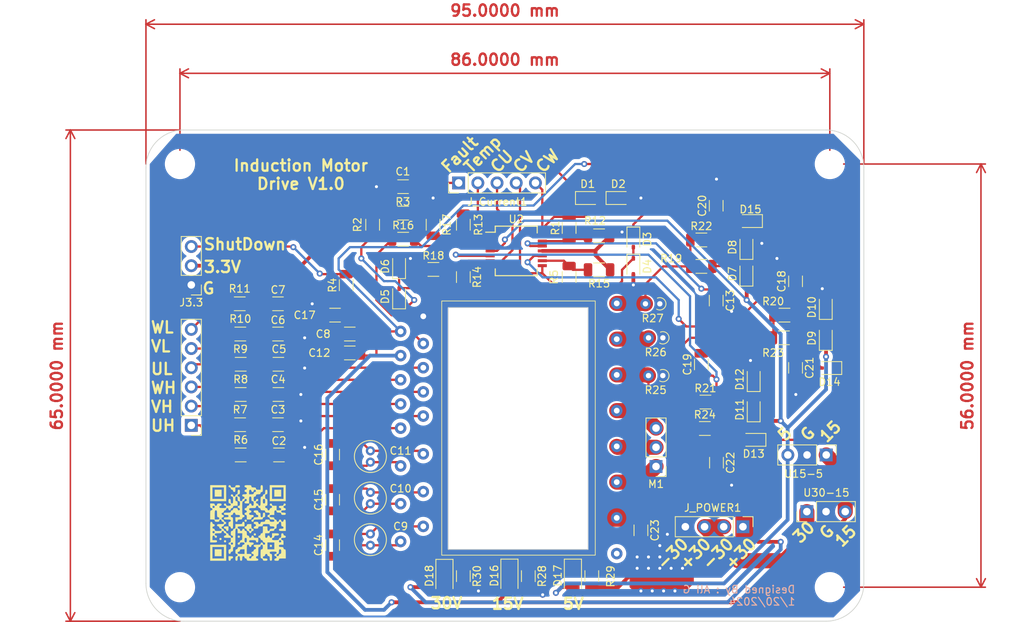
<source format=kicad_pcb>
(kicad_pcb (version 20221018) (generator pcbnew)
  (layers (0 "F.Cu" signal) (31 "B.Cu" signal) (34 "B.Paste" user) (35 "F.Paste" user) (36 "B.SilkS" user "B.Silkscreen") (37 "F.SilkS" user "F.Silkscreen") (38 "B.Mask" user) (39 "F.Mask" user) (44 "Edge.Cuts" user))
  (net 0 "")
  (net 1 "Fault")
  (net 2 "-30")
  (net 3 "/U_Hi")
  (net 4 "/V_Hi")
  (net 5 "/W_Hi")
  (net 6 "/U_Lo")
  (net 7 "/V_Lo")
  (net 8 "/W_Lo")
  (net 9 "+15V")
  (net 10 "Net-(U1-IGCM04F60GAXKMA1-VS(U))")
  (net 11 "Net-(U1-IGCM04F60GAXKMA1-VB(U))")
  (net 12 "Net-(U1-IGCM04F60GAXKMA1-VS(V))")
  (net 13 "Net-(U1-IGCM04F60GAXKMA1-VB(V))")
  (net 14 "Net-(U1-IGCM04F60GAXKMA1-VS(W))")
  (net 15 "Net-(U1-IGCM04F60GAXKMA1-VB(W))")
  (net 16 "/WCOP+")
  (net 17 "/ITRIP")
  (net 18 "/VCOP+")
  (net 19 "/UCOP+")
  (net 20 "/NW_D")
  (net 21 "/NV_D")
  (net 22 "/NU_D")
  (net 23 "+30-2")
  (net 24 "+3.3V")
  (net 25 "CurrentSense W")
  (net 26 "CurrentSense V")
  (net 27 "CurrentSense U")
  (net 28 "+5V")
  (net 29 "ShutDown")
  (net 30 "U-Hi")
  (net 31 "V-Hi")
  (net 32 "W-Hi")
  (net 33 "U-Lo")
  (net 34 "V-Lo")
  (net 35 "W-Lo")
  (net 36 "Temperature Monitor")
  (net 37 "+30")
  (net 38 "Net-(M1-U)")
  (net 39 "Net-(M1-V)")
  (net 40 "Net-(M1-W)")
  (net 41 "/WCOP-")
  (net 42 "/VFO")
  (net 43 "/VCOP-")
  (net 44 "Net-(U2A--)")
  (net 45 "/UCOP-")
  (net 46 "Net-(U2A-+)")
  (net 47 "/NW")
  (net 48 "/NV")
  (net 49 "/NU")
  (net 51 "Net-(D16-K)")
  (net 52 "Net-(D17-K)")
  (net 53 "Net-(D18-K)")
  (footprint "Resistor_SMD:R_1206_3216Metric" (layer "F.Cu") (at 119.0375 61)
    (fp_text reference "R3")
    (fp_text value "1k" hide)
  )
  (footprint "Connector_PinHeader_2.54mm:PinHeader_1x06_P2.54mm_Vertical" (layer "F.Cu") (at 91 89.08 180)
    (fp_text reference "J_Control1" hide)
    (fp_text value "Conn_01x06_Pin" hide)
  )
  (footprint "Diode_SMD:D_SOD-323" (layer "F.Cu") (at 164.4625 69.05 90)
    (fp_text reference "D7")
    (fp_text value "1N4007" hide)
  )
  (footprint "Resistor_SMD:R_1206_3216Metric" (layer "F.Cu") (at 159.0375 86)
    (fp_text reference "R21")
    (fp_text value "10k" hide)
  )
  (footprint "Diode_SMD:D_SOD-323" (layer "F.Cu") (at 165.425 83 90)
    (fp_text reference "D12")
    (fp_text value "1N4007" hide)
  )
  (footprint "Resistor_SMD:R_1206_3216Metric" (layer "F.Cu") (at 127 69.4625 -90)
    (fp_text reference "R14")
    (fp_text value "10k" hide)
  )
  (footprint "Capacitor_THT:C_Radial_D4.0mm_H7.0mm_P1.50mm" (layer "F.Cu") (at 114.7 99.455 90)
    (fp_text reference "C10")
    (fp_text value "22u" hide)
  )
  (footprint "Diode_SMD:D_SOD-323" (layer "F.Cu") (at 174.9625 73.45 90)
    (fp_text reference "D10")
    (fp_text value "1N4007" hide)
  )
  (footprint "Capacitor_SMD:C_1206_3216Metric" (layer "F.Cu") (at 102.475 77)
    (fp_text reference "C6")
    (fp_text value "1n" hide)
  )
  (footprint "Connector_PinHeader_2.54mm:PinHeader_1x03_P2.54mm_Vertical" (layer "F.Cu") (at 175.025 93 -90)
    (fp_text reference "U15-5")
    (fp_text value "DC-DC Converter" hide)
  )
  (footprint "Resistor_SMD:R_1206_3216Metric" (layer "F.Cu") (at 119.0375 64.45)
    (fp_text reference "R16")
    (fp_text value "10k" hide)
  )
  (footprint "Diode_SMD:D_SOD-323" (layer "F.Cu") (at 164.9625 62.05 180)
    (fp_text reference "D15")
    (fp_text value "1N4007" hide)
  )
  (footprint "Resistor_SMD:R_1206_3216Metric" (layer "F.Cu") (at 144.9625 68.5 180)
    (fp_text reference "R15")
    (fp_text value "1k" hide)
  )
  (footprint "Resistor_THT:R_Axial_DIN0204_L3.6mm_D1.6mm_P1.90mm_Vertical" (layer "F.Cu") (at 153.405 77.5 180)
    (fp_text reference "R26")
    (fp_text value "0.2" hide)
  )
  (footprint "Diode_SMD:D_SOD-323" (layer "F.Cu") (at 175.4625 81.5 180)
    (fp_text reference "D14")
    (fp_text value "1N4007" hide)
  )
  (footprint "Capacitor_SMD:C_1206_3216Metric" (layer "F.Cu") (at 160.4625 60.025 90)
    (fp_text reference "C20")
    (fp_text value "1n")
  )
  (footprint "Resistor_SMD:R_1206_3216Metric" (layer "F.Cu") (at 97.5375 85 180)
    (fp_text reference "R8")
    (fp_text value "100" hide)
  )
  (footprint "Resistor_THT:R_Axial_DIN0204_L3.6mm_D1.6mm_P1.90mm_Vertical" (layer "F.Cu") (at 153 73 180)
    (fp_text reference "R27")
    (fp_text value "0.2" hide)
  )
  (footprint "LED_SMD:LED_1206_3216Metric" (layer "F.Cu") (at 141.5 109.075 -90)
    (fp_text reference "D17")
    (fp_text value "LED" hide)
  )
  (footprint "Capacitor_SMD:C_1206_3216Metric" (layer "F.Cu") (at 150.5 102.975 -90)
    (fp_text reference "C23")
    (fp_text value "100n/60V" hide)
  )
  (footprint "Resistor_SMD:R_1206_3216Metric" (layer "F.Cu") (at 141 62.9625 90)
    (fp_text reference "R1")
    (fp_text value "10k" hide)
  )
  (footprint "Capacitor_SMD:C_1206_3216Metric" (layer "F.Cu") (at 102.525 85)
    (fp_text reference "C4")
    (fp_text value "1n" hide)
  )
  (footprint "MountingHole:MountingHole_3.5mm" (layer "F.Cu") (at 89.5 110.5)
    (fp_text reference "H3" hide)
    (fp_text value "MountingHole" hide)
  )
  (footprint "Capacitor_SMD:C_1206_3216Metric" (layer "F.Cu") (at 109.7 104.93 90)
    (fp_text reference "C14")
    (fp_text value "100n" hide)
  )
  (footprint "Capacitor_SMD:C_1206_3216Metric" (layer "F.Cu") (at 109.7 92.955 90)
    (fp_text reference "C16")
    (fp_text value "100n" hide)
  )
  (footprint "Connector_PinHeader_2.54mm:PinHeader_1x04_P2.54mm_Vertical" (layer "F.Cu") (at 164 102.5 -90)
    (fp_text reference "J_POWER1")
    (fp_text value "Conn_01x04_Pin" hide)
  )
  (footprint "Resistor_SMD:R_1206_3216Metric" (layer "F.Cu") (at 127 109.0375 -90)
    (fp_text reference "R30")
    (fp_text value "1k5" hide)
  )
  (footprint "Resistor_SMD:R_1206_3216Metric" (layer "F.Cu") (at 115 62.5375 -90)
    (fp_text reference "R2")
    (fp_text value "10k" hide)
  )
  (footprint "Diode_SMD:D_SOD-323" (layer "F.Cu") (at 143.45 59)
    (fp_text reference "D1")
    (fp_text value "1N4007" hide)
  )
  (footprint "Resistor_SMD:R_1206_3216Metric" (layer "F.Cu") (at 97.4125 73 180)
    (fp_text reference "R11")
    (fp_text value "100" hide)
  )
  (footprint "Capacitor_SMD:C_1206_3216Metric" (layer "F.Cu") (at 111.975 77 180)
    (fp_text reference "C8")
    (fp_text value "1n" hide)
  )
  (footprint "Connector_PinHeader_2.54mm:PinHeader_1x03_P2.54mm_Vertical" (layer "F.Cu") (at 91 70.5 180)
    (fp_text reference "J3.3")
    (fp_text value "Conn_01x03_Pin" hide)
  )
  (footprint "Resistor_SMD:R_1206_3216Metric" (layer "F.Cu") (at 123.0375 68.45)
    (fp_text reference "R18")
    (fp_text value "1k" hide)
  )
  (footprint "MountingHole:MountingHole_3.5mm" (layer "F.Cu") (at 89.5 54.5)
    (fp_text reference "H1" hide)
    (fp_text value "MountingHole" hide)
  )
  (footprint "Resistor_SMD:R_1206_3216Metric" (layer "F.Cu") (at 158.9625 89.5)
    (fp_text reference "R24")
    (fp_text value "10k" hide)
  )
  (footprint "Resistor_SMD:R_1206_3216Metric" (layer "F.Cu") (at 144 109.0375 -90)
    (fp_text reference "R29")
    (fp_text value "1k5" hide)
  )
  (footprint "Github:GithubQR" (layer "F.Cu") (at 98.5 102)
    (fp_text reference "G***" hide)
    (fp_text value "LOGO" hide)
  )
  (footprint "Capacitor_SMD:C_1206_3216Metric" (layer "F.Cu") (at 158.5 81.025 90)
    (fp_text reference "C19")
    (fp_text value "1n" hide)
  )
  (footprint "Diode_SMD:D_SOD-323" (layer "F.Cu") (at 165.425 87 90)
    (fp_text reference "D11")
    (fp_text value "1N4007" hide)
  )
  (footprint "Capacitor_SMD:C_1206_3216Metric" (layer "F.Cu") (at 111.975 79.5 180)
    (fp_text reference "C12")
    (fp_text value "1n" hide)
  )
  (footprint "Connector_PinHeader_2.54mm:PinHeader_1x05_P2.54mm_Vertical" (layer "F.Cu") (at 126.38 57 90)
    (fp_text reference "J_Current1")
    (fp_text value "Conn_01x05_Socket" hide)
  )
  (footprint "Diode_SMD:D_SOD-323" (layer "F.Cu") (at 118.5 72.05 90)
    (fp_text reference "D5")
    (fp_text value "1N4007" hide)
  )
  (footprint "Capacitor_SMD:C_1206_3216Metric" (layer "F.Cu") (at 109.7 98.93 90)
    (fp_text reference "C15")
    (fp_text value "100n" hide)
  )
  (footprint "Resistor_SMD:R_1206_3216Metric" (layer "F.Cu") (at 141 69.4625 -90)
    (fp_text reference "R5")
    (fp_text value "10k" hide)
  )
  (footprint "Capacitor_SMD:C_1206_3216Metric" (layer "F.Cu") (at 170.9625 70.025 90)
    (fp_text reference "C18")
    (fp_text value "1n" hide)
  )
  (footprint "Capacitor_SMD:C_1206_3216Metric" (layer "F.Cu") (at 170.9625 81.475 -90)
    (fp_text reference "C21")
    (fp_text value "1n" hide)
  )
  (footprint "Capacitor_SMD:C_1206_3216Metric" (layer "F.Cu") (at 102.475 73)
    (fp_text reference "C7")
    (fp_text value "1n" hide)
  )
  (footprint "Resistor_SMD:R_1206_3216Metric" (layer "F.Cu") (at 97.4625 89 180)
    (fp_text reference "R7")
    (fp_text value "100" hide)
  )
  (footprint "LED_SMD:LED_1206_3216Metric" (layer "F.Cu") (at 133.1 109.075 -90)
    (fp_text reference "D16")
    (fp_text value "LED" hide)
  )
  (footprint "Capacitor_SMD:C_1206_3216Metric" (layer "F.Cu") (at 110.025 74.5 180)
    (fp_text reference "C17")
    (fp_text value "1n" hide)
  )
  (footprint "Resistor_SMD:R_1206_3216Metric" (layer "F.Cu") (at 144.9625 64 180)
    (fp_text reference "R12")
    (fp_text value "1k" hide)
  )
  (footprint "Resistor_SMD:R_1206_3216Metric" (layer "F.Cu") (at 97.4875 77 180)
    (fp_text reference "R10")
    (fp_text value "100" hide)
  )
  (footprint "Connector_PinHeader_2.54mm:PinHeader_1x03_P2.54mm_Vertical" (layer "F.Cu") (at 152.5 94.525 180)
    (fp_text reference "M1")
    (fp_text value "~" hide)
  )
  (footprint "Diode_SMD:D_SOD-323" (layer "F.Cu") (at 149.5 68.05 -90)
    (fp_text reference "D4")
    (fp_text value "1N4007" hide)
  )
  (footprint "Resistor_SMD:R_1206_3216Metric" (layer "F.Cu") (at 158.5 64.55)
    (fp_text reference "R22")
    (fp_text value "10k" hide)
  )
  (footprint "Resistor_SMD:R_1206_3216Metric" (layer "F.Cu") (at 123 62.5375 -90)
    (fp_text reference "R17")
    (fp_text value "10k" hide)
  )
  (footprint "Capacitor_THT:C_Radial_D4.0mm_H7.0mm_P1.50mm" (layer "F.Cu") (at 114.7 104.955 90)
    (fp_text reference "C9")
    (fp_text value "22u" hide)
  )
  (footprint "Capacitor_SMD:C_1206_3216Metric" (layer "F.Cu") (at 160.4625 72.575 -90)
    (fp_text reference "C13")
    (fp_text value "1n" hide)
  )
  (footprint "Resistor_SMD:R_1206_3216Metric" (layer "F.Cu") (at 111.5 70.5375 90)
    (fp_text reference "R4")
    (fp_text value "10k" hide)
  )
  (footprint "Resistor_SMD:R_1206_3216Metric" (layer "F.Cu") (at 135.6 109.0375 -90)
    (fp_text reference "R28")
    (fp_text value "1k5" hide)
  )
  (footprint "Capacitor_THT:C_Radial_D4.0mm_H7.0mm_P1.50mm" (layer "F.Cu") (at 114.7 93.955 90)
    (fp_text reference "C11")
    (fp_text value "22u" hide)
  )
  (footprint "Resistor_THT:R_Axial_DIN0204_L3.6mm_D1.6mm_P1.90mm_Vertical" (layer "F.Cu") (at 153.4 82.5 180)
    (fp_text reference "R25")
    (fp_text value "0.2" hide)
  )
  (footprint "Capacitor_SMD:C_1206_3216Metric" (layer "F.Cu") (at 160.5 94.025 -90)
    (fp_text reference "C22")
    (fp_text value "1n" hide)
  )
  (footprint "Resistor_SMD:R_1206_3216Metric" (layer "F.Cu") (at 169.5 74.5)
    (fp_text reference "R20")
    (fp_text value "10k" hide)
  )
  (footprint "Bridge:IGCM04F60GAXKMA1" (layer "F.Cu") (at 133.7 88.655)
    (fp_text reference "U1-IGCM04F60GAXKMA1" hide)
    (fp_text value "~" hide)
  )
  (footprint "MountingHole:MountingHole_3.5mm" (layer "F.Cu") (at 175.5 54.5)
    (fp_text reference "H2" hide)
    (fp_text value "MountingHole" hide)
  )
  (footprint "Diode_SMD:D_SOD-323" (layer "F.Cu") (at 174.9625 77.55 90)
    (fp_text reference "D9")
    (fp_text value "1N4007" hide)
  )
  (footprint "Resistor_SMD:R_1206_3216Metric" (layer "F.Cu") (at 97.5375 81 180)
    (fp_text reference "R9")
    (fp_text value "100" hide)
  )
  (footprint "Diode_SMD:D_SOD-323" (layer "F.Cu") (at 118.5 68.05 90)
    (fp_text reference "D6")
    (fp_text value "1N4007" hide)
  )
  (footprint "Capacitor_SMD:C_1206_3216Metric" (layer "F.Cu") (at 119.025 57.5 180)
    (fp_text reference "C1")
    (fp_text value "1n" hide)
  )
  (footprint "LED_SMD:LED_1206_3216Metric" (layer "F.Cu") (at 124.5 109.1 -90)
    (fp_text reference "D18")
    (fp_text value "LED" hide)
  )
  (footprint "MountingHole:MountingHole_3.5mm" (layer "F.Cu") (at 175.5 110.5)
    (fp_text reference "H4" hide)
    (fp_text value "MountingHole" hide)
  )
  (footprint "Diode_SMD:D_SOD-323" (layer "F.Cu") (at 149.5 64.45 -90)
    (fp_text reference "D3")
    (fp_text value "1N4007" hide)
  )
  (footprint "Diode_SMD:D_SOD-323" (layer "F.Cu") (at 164.4625 65.5125 90)
    (fp_text reference "D8")
    (fp_text value "1N4007" hide)
  )
  (footprint "Capacitor_SMD:C_1206_3216Metric" (layer "F.Cu") (at 102.475 89)
    (fp_text reference "C3")
    (fp_text value "1n" hide)
  )
  (footprint "Capacitor_SMD:C_1206_3216Metric" (layer "F.Cu") (at 102.525 81)
    (fp_text reference "C5")
    (fp_text value "1n" hide)
  )
  (footprint "Connector_PinHeader_2.54mm:PinHeader_1x03_P2.54mm_Vertical" (layer "F.Cu") (at 172.46 100.5 90)
    (fp_text reference "U30-15")
    (fp_text value "DC-DC Converter" hide)
  )
  (footprint "Resistor_SMD:R_1206_3216Metric" (layer "F.Cu") (at 158.5 68.05)
    (fp_text reference "R19")
    (fp_text value "10k" hide)
  )
  (footprint "Resistor_SMD:R_1206_3216Metric" (layer "F.Cu") (at 127 62.5375 90)
    (fp_text reference "R13")
    (fp_text value "5k" hide)
  )
  (footprint "Diode_SMD:D_SOD-323" (layer "F.Cu") (at 165.425 91 180)
    (fp_text reference "D13")
    (fp_text value "1N4007" hide)
  )
  (footprint "Capacitor_SMD:C_1206_3216Metric" (layer "F.Cu") (at 102.6 93)
    (fp_text reference "C2")
    (fp_text value "1n" hide)
  )
  (footprint "Package_SO:SSOP-14_5.3x6.2mm_P0.65mm" (layer "F.Cu") (at 134 66)
    (fp_text reference "U2")
    (fp_text value "LM324" hide)
  )
  (footprint "Resistor_SMD:R_1206_3216Metric" (layer "F.Cu") (at 97.5375 93 180)
    (fp_text reference "R6")
    (fp_text value "100" hide)
  )
  (footprint "Resistor_SMD:R_1206_3216Metric" (layer "F.Cu") (at 169.425 77.5)
    (fp_text reference "R23")
    (fp_text value "10k" hide)
  )
  (footprint "Diode_SMD:D_SOD-323" (layer "F.Cu") (at 147.5 59)
    (fp_text reference "D2")
    (fp_text value "1N4007" hide)
  )
  (gr_line (start 90 50) (end 175 50) (stroke (width 0.1)) (layer "Edge.Cuts"))
  (gr_line (start 180 55) (end 180 110) (stroke (width 0.1)) (layer "Edge.Cuts"))
  (gr_arc (start 180 110) (mid 178.535534 113.535534) (end 175 115) (stroke (width 0.1)) (layer "Edge.Cuts"))
  (gr_arc (start 175 50) (mid 178.535534 51.464466) (end 180 55) (stroke (width 0.1)) (layer "Edge.Cuts"))
  (gr_line (start 125 73.5) (end 125 105.5) (stroke (width 0.1)) (layer "Edge.Cuts"))
  (gr_line (start 85 110) (end 85 55) (stroke (width 0.1)) (layer "Edge.Cuts"))
  (gr_arc (start 85 55) (mid 86.464466 51.464466) (end 90 50) (stroke (width 0.1)) (layer "Edge.Cuts"))
  (gr_line (start 143.5 73.5) (end 125 73.5) (stroke (width 0.1)) (layer "Edge.Cuts"))
  (gr_line (start 143.5 105.5) (end 143.5 73.5) (stroke (width 0.1)) (layer "Edge.Cuts"))
  (gr_arc (start 90 115) (mid 86.464466 113.535534) (end 85 110) (stroke (width 0.1)) (layer "Edge.Cuts"))
  (gr_line (start 125 105.5) (end 143.5 105.5) (stroke (width 0.1)) (layer "Edge.Cuts"))
  (gr_line (start 175 115) (end 90 115) (stroke (width 0.1)) (layer "Edge.Cuts"))
  (gr_text "Designed By : Ali G\n1/20/2024" (at 171 113) (layer "B.SilkS") (effects (font (size 1 1)) (justify left bottom mirror)))
  (gr_text "15" (at 175.025 91.67 45) (layer "F.SilkS") (effects (font (size 1.5 1.5) (thickness 0.3) bold) (justify left bottom)))
  (gr_text "-30" (at 153.5 108.5 45) (layer "F.SilkS") (effects (font (size 1.5 1.5) (thickness 0.3) bold) (justify left bottom)))
  (gr_text "G" (at 172.525 91.5 45) (layer "F.SilkS") (effects (font (size 1.5 1.5) (thickness 0.3) bold) (justify left bottom)))
  (gr_text "VH" (at 85.5 87.5) (layer "F.SilkS") (effects (font (size 1.5 1.5) (thickness 0.3) bold) (justify left bottom)))
  (gr_text "WL" (at 85.5 77) (layer "F.SilkS") (effects (font (size 1.5 1.5) (thickness 0.3) bold) (justify left bottom)))
  (gr_text "ShutDown" (at 92.5 66) (layer "F.SilkS") (effects (font (size 1.5 1.5) (thickness 0.3) bold) (justify left bottom)))
  (gr_text "5V" (at 140 113.575) (layer "F.SilkS") (effects (font (size 1.5 1.5) (thickness 0.3) bold) (justify left bottom)))
  (gr_text "+30" (at 156.5 108.5 45) (layer "F.SilkS") (effects (font (size 1.5 1.5) (thickness 0.3) bold) (justify left bottom)))
  (gr_text "Fault" (at 125 56 45) (layer "F.SilkS") (effects (font (size 1.5 1.5) (thickness 0.3) bold) (justify left bottom)))
  (gr_text "5" (at 169.525 91.5 45) (layer "F.SilkS") (effects (font (size 1.5 1.5) (thickness 0.3) bold) (justify left bottom)))
  (gr_text "15" (at 177.04 105.5 45) (layer "F.SilkS") (effects (font (size 1.5 1.5) (thickness 0.3) bold) (justify left bottom)))
  (gr_text "-30" (at 159.5 108.5 45) (layer "F.SilkS") (effects (font (size 1.5 1.5) (thickness 0.3) bold) (justify left bottom)))
  (gr_text "WH" (at 85.5 85) (layer "F.SilkS") (effects (font (size 1.5 1.5) (thickness 0.3) bold) (justify left bottom)))
  (gr_text "30" (at 171.54 105 45) (layer "F.SilkS") (effects (font (size 1.5 1.5) (thickness 0.3) bold) (justify left bottom)))
  (gr_text "G" (at 175.04 104.5 45) (layer "F.SilkS") (effects (font (size 1.5 1.5) (thickness 0.3) bold) (justify left bottom)))
  (gr_text "Temp" (at 128 56 45) (layer "F.SilkS") (effects (font (size 1.5 1.5) (thickness 0.3) bold) (justify left bottom)))
  (gr_text "UH" (at 85.5 90) (layer "F.SilkS") (effects (font (size 1.5 1.5) (thickness 0.3) bold) (justify left bottom)))
  (gr_text "30V" (at 122.5 113.5) (layer "F.SilkS") (effects (font (size 1.5 1.5) (thickness 0.3) bold) (justify left bottom)))
  (gr_text "15V" (at 130.6 113.575) (layer "F.SilkS") (effects (font (size 1.5 1.5) (thickness 0.3) bold) (justify left bottom)))
  (gr_text "+30" (at 162.5 108.5 45) (layer "F.SilkS") (effects (font (size 1.5 1.5) (thickness 0.3) bold) (justify left bottom)))
  (gr_text "CW" (at 137.5 56 45) (layer "F.SilkS") (effects (font (size 1.5 1.5) (thickness 0.3) bold) (justify left bottom)))
  (gr_text "G" (at 92.33 71.83) (layer "F.SilkS") (effects (font (size 1.5 1.5) (thickness 0.3) bold) (justify left bottom)))
  (gr_text "3.3V" (at 92.5 69) (layer "F.SilkS") (effects (font (size 1.5 1.5) (thickness 0.3) bold) (justify left bottom)))
  (gr_text "Induction Motor\nDrive V1.0" (at 105.5 58) (layer "F.SilkS") (effects (font (size 1.5 1.5) (thickness 0.3) bold) (justify bottom)))
  (gr_text "UL" (at 85.5 82.5) (layer "F.SilkS") (effects (font (size 1.5 1.5) (thickness 0.3) bold) (justify left bottom)))
  (gr_text "CV" (at 134.5 56 45) (layer "F.SilkS") (effects (font (size 1.5 1.5) (thickness 0.3) bold) (justify left bottom)))
  (gr_text "CU" (at 131.5 56 45) (layer "F.SilkS") (effects (font (size 1.5 1.5) (thickness 0.3) bold) (justify left bottom)))
  (gr_text "VL" (at 85.5 79.5) (layer "F.SilkS") (effects (font (size 1.5 1.5) (thickness 0.3) bold) (justify left bottom)))
  (dimension (type aligned) (layer "F.Cu") (pts (xy 180 55) (xy 85 55)) (height 19) (gr_text "95.0000 mm" (at 132.5 34.2) (layer "F.Cu") (effects (font (size 1.5 1.5) (thickness 0.3)))) (format (prefix "") (suffix "") (units 3) (units_format 1) (precision 4)) (style (thickness 0.2) (arrow_length 1.27) (text_position_mode 0) (extension_height 0.58642) (extension_offset 0.5) keep_text_aligned))
  (dimension (type aligned) (layer "F.Cu") (pts (xy 89.5 54.5) (xy 175.5 54.5)) (height -12) (gr_text "86.0000 mm" (at 132.5 40.7) (layer "F.Cu") (effects (font (size 1.5 1.5) (thickness 0.3)))) (format (prefix "") (suffix "") (units 3) (units_format 1) (precision 4)) (style (thickness 0.2) (arrow_length 1.27) (text_position_mode 0) (extension_height 0.58642) (extension_offset 0.5) keep_text_aligned))
  (dimension (type aligned) (layer "F.Cu") (pts (xy 175.5 54.5) (xy 175.5 110.5)) (height -20) (gr_text "56.0000 mm" (at 193.7 82.5 90) (layer "F.Cu") (effects (font (size 1.5 1.5) (thickness 0.3)))) (format (prefix "") (suffix "") (units 3) (units_format 1) (precision 4)) (style (thickness 0.2) (arrow_length 1.27) (text_position_mode 0) (extension_height 0.58642) (extension_offset 0.5) keep_text_aligned))
  (dimension (type aligned) (layer "F.Cu") (pts (xy 90 50) (xy 90 115)) (height 14.999999) (gr_text "65.0000 mm" (at 73.200001 82.5 90) (layer "F.Cu") (effects (font (size 1.5 1.5) (thickness 0.3)))) (format (prefix "") (suffix "") (units 3) (units_format 1) (precision 4)) (style (thickness 0.2) (arrow_length 1.27) (text_position_mode 0) (extension_height 0.58642) (extension_offset 0.5) keep_text_aligned))
  (segment (start 120.5 58) (end 121.5 57) (width 0.3) (layer "F.Cu") (net 1))
  (segment (start 120.5 61) (end 120.5 58) (width 0.3) (layer "F.Cu") (net 1))
  (segment (start 121.5 57) (end 126.38 57) (width 0.3) (layer "F.Cu") (net 1))
  (segment (start 164.4625 64.4625) (end 165.9625 64.4625) (width 0.5) (layer "F.Cu") (net 2))
  (segment (start 160.4625 74.05) (end 162.45 74.05) (width 0.5) (layer "F.Cu") (net 2))
  (segment (start 160.4625 56.5375) (end 160.5 56.5) (width 0.5) (layer "F.Cu") (net 2))
  (segment (start 171 82.9875) (end 170.9625 82.95) (width 0.5) (layer "F.Cu") (net 2))
  (segment (start 104.075 93) (end 105.075 92) (width 0.2) (layer "F.Cu") (net 2))
  (segment (start 160.5 95.5) (end 162 97) (width 0.5) (layer "F.Cu") (net 2))
  (segment (start 115.5 57.5) (end 117.55 57.5) (width 0.5) (layer "F.Cu") (net 2))
  (segment (start 107.05 73) (end 107 73) (width 0.5) (layer "F.Cu") (net 2))
  (segment (start 108.55 74.5) (end 107.05 73) (width 0.5) (layer "F.Cu") (net 2))
  (segment (start 172.485 96.425) (end 175 98.94) (width 2) (layer "F.Cu") (net 2))
  (segment (start 103.95 77) (end 105.5 77) (width 0.2) (layer "F.Cu") (net 2))
  (segment (start 144.5 66) (end 144.5 66.575) (width 0.5) (layer "F.Cu") (net 2))
  (segment (start 174.9625 72.4) (end 174.9625 71.4625) (width 0.5) (layer "F.Cu") (net 2))
  (segment (start 110.5 76.45) (end 108.55 74.5) (width 0.5) (layer "F.Cu") (net 2))
  (segment (start 104 81) (end 105.5 81) (width 0.2) (layer "F.Cu") (net 2))
  (segment (start 147.5 110.5) (end 150 108) (width 0.5) (layer "F.Cu") (net 2))
  (segment (start 148.55 59) (end 150.5 59) (width 0.5) (layer "F.Cu") (net 2))
  (segment (start 144 110.5) (end 147.5 110.5) (width 0.5) (layer "F.Cu") (net 2))
  (segment (start 110.5 77) (end 110.5 76.45) (width 0.5) (layer "F.Cu") (net 2))
  (segment (start 103.95 89) (end 105 89) (width 0.2) (layer "F.Cu") (net 2))
  (segment (start 175 98.94) (end 175 100.5) (width 2) (layer "F.Cu") (net 2))
  (segment (start 170.05 68.55) (end 168.5 67) (width 0.5) (layer "F.Cu") (net 2))
  (segment (start 105.5 77) (end 106 77.5) (width 0.2) (layer "F.Cu") (net 2))
  (segment (start 123 61.075) (end 123 59) (width 0.5) (layer "F.Cu") (net 2))
  (segment (start 118.5 67) (end 120 67) (width 0.5) (layer "F.Cu") (net 2))
  (segment (start 144.5 66.575) (end 146.425 68.5) (width 0.5) (layer "F.Cu") (net 2))
  (segment (start 144.5 65.925) (end 146.425 64) (width 0.5) (layer "F.Cu") (net 2))
  (segment (start 110.5 79.5) (end 110.5 77) (width 0.5) (layer "F.Cu") (net 2))
  (segment (start 136.5 110.5) (end 135.6 110.5) (width 0.5) (layer "F.Cu") (net 2))
  (segment (start 158.5 79.55) (end 164.05 79.55) (width 0.5) (layer "F.Cu") (net 2))
  (segment (start 162.45 74.05) (end 162.5 74) (width 0.5) (layer "F.Cu") (net 2))
  (segment (start 174.9625 71.4625) (end 174.5 71) (width 0.5) (layer "F.Cu") (net 2))
  (segment (start 165.425 81.95) (end 165.425 80.925) (width 0.5) (layer "F.Cu") (net 2))
  (segment (start 107 73) (end 103.95 73) (width 0.5) (layer "F.Cu") (net 2))
  (segment (start 137.45 66) (end 144.5 66) (width 0.5) (layer "F.Cu") (net 2))
  (segment (start 105.075 92) (end 106 92) (width 0.2) (layer "F.Cu") (net 2))
  (segment (start 147.5 64) (end 146.425 64) (width 0.5) (layer "F.Cu") (net 2))
  (segment (start 127 110.5) (end 128.5 110.5) (width 0.5) (layer "F.Cu") (net 2))
  (segment (start 149.5 69.1) (end 149.5 70.5) (width 0.5) (layer "F.Cu") (net 2))
  (segment (start 105.5 81) (end 106 81.5) (width 0.2) (layer "F.Cu") (net 2))
  (segment (start 165.9625 64.4625) (end 166.5 65) (width 0.5) (layer "F.Cu") (net 2))
  (segment (start 160.4625 58.55) (end 160.4625 56.5375) (width 0.5) (layer "F.Cu") (net 2))
  (segment (start 144.5 66) (end 144.5 65.925) (width 0.5) (layer "F.Cu") (net 2))
  (segment (start 170.9625 68.55) (end 170.05 68.55) (width 0.5) (layer "F.Cu") (net 2))
  (segment (start 137.5 111.5) (end 136.5 110.5) (width 0.5) (layer "F.Cu") (net 2))
  (segment (start 164.05 79.55) (end 165 80.5) (width 0.5) (layer "F.Cu") (net 2))
  (segment (start 121.575 68.45) (end 121.45 68.45) (width 0.5) (layer "F.Cu") (net 2))
  (segment (start 172.485 93) (end 172.485 96.425) (width 2) (layer "F.Cu") (net 2))
  (segment (start 105 89) (end 105.5 88.5) (width 0.2) (layer "F.Cu") (net 2))
  (segment (start 104 85) (end 105.5 85) (width 0.2) (layer "F.Cu") (net 2))
  (segment (start 121.45 68.45) (end 120 67) (width 0.5) (layer "F.Cu") (net 2))
  (segment (start 162 97) (end 162.5 97) (width 0.5) (layer "F.Cu") (net 2))
  (segment (start 128.5 110.5) (end 129 111) (width 0.5) (layer "F.Cu") (net 2))
  (segment (start 165.425 80.925) (end 165 80.5) (width 0.5) (layer "F.Cu") (net 2))
  (segment (start 148 63.5) (end 147.5 64) (width 0.5) (layer "F.Cu") (net 2))
  (segment (start 171 85) (end 171 82.9875) (width 0.5) (layer "F.Cu") (net 2))
  (via (at 162.5 97) (size 0.8) (drill 0.4) (layers "F.Cu" "B.Cu") (net 2))
  (via (at 123 59) (size 0.8) (drill 0.4) (layers "F.Cu" "B.Cu") (net 2))
  (via (at 153.5 111) (size 0.8) (drill 0.4) (layers "F.Cu" "B.Cu") (net 2))
  (via (at 148 63.5) (size 0.8) (drill 0.4) (layers "F.Cu" "B.Cu") (net 2))
  (via (at 154.5 108) (size 0.8) (drill 0.4) (layers "F.Cu" "B.Cu") (net 2))
  (via (at 106 81.5) (size 0.8) (drill 0.4) (layers "F.Cu" "B.Cu") (net 2))
  (via (at 120 67) (size 0.8) (drill 0.4) (layers "F.Cu" "B.Cu") (net 2))
  (via (at 107 73) (size 0.8) (drill 0.4) (layers "F.Cu" "B.Cu") (net 2))
  (via (at 151.5 108) (size 0.8) (drill 0.4) (layers "F.Cu" "B.Cu") (net 2))
  (via (at 149.5 70.5) (size 0.8) (drill 0.4) (layers "F.Cu" "B.Cu") (net 2))
  (via (at 171 85) (size 0.8) (drill 0.4) (layers "F.Cu" "B.Cu") (net 2))
  (via (at 151.5 106.5) (size 0.8) (drill 0.4) (layers "F.Cu" "B.Cu") (net 2))
  (via (at 105.5 88.5) (size 0.8) (drill 0.4) (layers "F.Cu" "B.Cu") (net 2))
  (via (at 153 108) (size 0.8) (drill 0.4) (layers "F.Cu" "B.Cu") (net 2))
  (via (at 106 92) (size 0.8) (drill 0.4) (layers "F.Cu" "B.Cu") (net 2))
  (via (at 150 106.5) (size 0.8) (drill 0.4) (layers "F.Cu" "B.Cu") (net 2))
  (via (at 155 111) (size 0.8) (drill 0.4) (layers "F.Cu" "B.Cu") (net 2))
  (via (at 137.5 111.5) (size 0.8) (drill 0.4) (layers "F.Cu" "B.Cu") (net 2))
  (via (at 152 111) (size 0.8) (drill 0.4) (layers "F.Cu" "B.Cu") (net 2))
  (via (at 129 111) (size 0.8) (drill 0.4) (layers "F.Cu" "B.Cu") (net 2))
  (via (at 150.5 59) (size 0.8) (drill 0.4) (layers "F.Cu" "B.Cu") (net 2))
  (via (at 115.5 57.5) (size 0.8) (drill 0.4) (layers "F.Cu" "B.Cu") (net 2))
  (via (at 162.5 74) (size 0.8) (drill 0.4) (layers "F.Cu" "B.Cu") (net 2))
  (via (at 154 103.5) (size 0.8) (drill 0.4) (layers "F.Cu" "B.Cu") (net 2))
  (via (at 156 108) (size 0.8) (drill 0.4) (layers "F.Cu" "B.Cu") (net 2))
  (via (at 165 80.5) (size 0.8) (drill 0.4) (layers "F.Cu" "B.Cu") (net 2))
  (via (at 166.5 65) (size 0.8) (drill 0.4) (layers "F.Cu" "B.Cu") (net 2))
  (via (at 174.5 71) (size 0.8) (drill 0.4) (layers "F.Cu" "B.Cu") (net 2))
  (via (at 150.5 111) (size 0.8) (drill 0.4) (layers "F.Cu" "B.Cu") (net 2))
  (via (at 168.5 67) (size 0.8) (drill 0.4) (layers "F.Cu" "B.Cu") (net 2))
  (via (at 153 105) (size 0.8) (drill 0.4) (layers "F.Cu" "B.Cu") (net 2))
  (via (at 105.5 85) (size 0.8) (drill 0.4) (layers "F.Cu" "B.Cu") (net 2))
  (via (at 150 108) (size 0.8) (drill 0.4) (layers "F.Cu" "B.Cu") (net 2))
  (via (at 160.5 56.5) (size 0.8) (drill 0.4) (layers "F.Cu" "B.Cu") (net 2))
  (via (at 153 106.5) (size 0.8) (drill 0.4) (layers "F.Cu" "B.Cu") (net 2))
  (via (at 106 77.5) (size 0.8) (drill 0.4) (layers "F.Cu" "B.Cu") (net 2))
  (segment (start 107 93) (end 105 95) (width 0.3) (layer "F.Cu") (net 3))
  (segment (start 108.545 89.455) (end 107 91) (width 0.3) (layer "F.Cu") (net 3))
  (segment (start 107 91) (end 107 93) (width 0.3) (layer "F.Cu") (net 3))
  (segment (start 118.7 89.455) (end 108.545 89.455) (width 0.3) (layer "F.Cu") (net 3))
  (segment (start 105 95) (end 101 95) (width 0.3) (layer "F.Cu") (net 3))
  (segment (start 101.125 93) (end 99 93) (width 0.3) (layer "F.Cu") (net 3))
  (segment (start 101 95) (end 99 93) (width 0.3) (layer "F.Cu") (net 3))
  (segment (start 105 91) (end 103 91) (width 0.3) (layer "F.Cu") (net 4))
  (segment (start 121.7 87.855) (end 108.145 87.855) (width 0.3) (layer "F.Cu") (net 4))
  (segment (start 103 91) (end 101 89) (width 0.3) (layer "F.Cu") (net 4))
  (segment (start 101 89) (end 98.925 89) (width 0.3) (layer "F.Cu") (net 4))
  (segment (start 108.145 87.855) (end 105 91) (width 0.3) (layer "F.Cu") (net 4))
  (segment (start 101.05 86.05) (end 101.05 85) (width 0.3) (layer "F.Cu") (net 5))
  (segment (start 102 87) (end 101.05 86.05) (width 0.3) (layer "F.Cu") (net 5))
  (segment (start 106 87) (end 102 87) (width 0.3) (layer "F.Cu") (net 5))
  (segment (start 118.7 86.255) (end 106.745 86.255) (width 0.3) (layer "F.Cu") (net 5))
  (segment (start 101.05 85) (end 99 85) (width 0.3) (layer "F.Cu") (net 5))
  (segment (start 106.745 86.255) (end 106 87) (width 0.3) (layer "F.Cu") (net 5))
  (segment (start 105 83) (end 102 83) (width 0.3) (layer "F.Cu") (net 6))
  (segment (start 106.655 84.655) (end 105 83) (width 0.3) (layer "F.Cu") (net 6))
  (segment (start 101 82) (end 101.05 81.95) (width 0.3) (layer "F.Cu") (net 6))
  (segment (start 99 81) (end 101.05 81) (width 0.3) (layer "F.Cu") (net 6))
  (segment (start 102 83) (end 101 82) (width 0.3) (layer "F.Cu") (net 6))
  (segment (start 101.05 81.95) (end 101.05 81) (width 0.3) (layer "F.Cu") (net 6))
  (segment (start 121.7 84.655) (end 106.655 84.655) (width 0.3) (layer "F.Cu") (net 6))
  (segment (start 103 79) (end 101 77) (width 0.3) (layer "F.Cu") (net 7))
  (segment (start 118.7 83.055) (end 109.055 83.055) (width 0.3) (layer "F.Cu") (net 7))
  (segment (start 105 79) (end 103 79) (width 0.3) (layer "F.Cu") (net 7))
  (segment (start 109.055 83.055) (end 105 79) (width 0.3) (layer "F.Cu") (net 7))
  (segment (start 98.95 77) (end 101 77) (width 0.3) (layer "F.Cu") (net 7))
  (segment (start 98.875 73) (end 101 73) (width 0.3) (layer "F.Cu") (net 8))
  (segment (start 102 75) (end 101 74) (width 0.3) (layer "F.Cu") (net 8))
  (segment (start 105 75) (end 102 75) (width 0.3) (layer "F.Cu") (net 8))
  (segment (start 108 78) (end 105 75) (width 0.3) (layer "F.Cu") (net 8))
  (segment (start 109.455 81.455) (end 108 80) (width 0.3) (layer "F.Cu") (net 8))
  (segment (start 108 80) (end 108 78) (width 0.3) (layer "F.Cu") (net 8))
  (segment (start 121.7 81.455) (end 109.455 81.455) (width 0.3) (layer "F.Cu") (net 8))
  (segment (start 101 74) (end 101 73) (width 0.3) (layer "F.Cu") (net 8))
  (segment (start 115.5 79.05) (end 115.5 79.855) (width 0.3) (layer "F.Cu") (net 9))
  (segment (start 113.45 77) (end 115.5 79.05) (width 0.3) (layer "F.Cu") (net 9))
  (segment (start 177.54 95.515) (end 177.54 100.5) (width 2) (layer "F.Cu") (net 9))
  (segment (start 115.5 79.855) (end 113.805 79.855) (width 0.3) (layer "F.Cu") (net 9))
  (segment (start 175.025 93) (end 177.54 95.515) (width 2) (layer "F.Cu") (net 9))
  (segment (start 117.5 112.5) (end 132 112.5) (width 0.5) (layer "F.Cu") (net 9))
  (segment (start 133.1 110.475) (end 133.1 110.9) (width 0.5) (layer "F.Cu") (net 9))
  (segment (start 133.1 110.9) (end 131.5 112.5) (width 0.5) (layer "F.Cu") (net 9))
  (segment (start 118.7 79.855) (end 115.5 79.855) (width 0.3) (layer "F.Cu") (net 9))
  (segment (start 177.54 101.46) (end 177.54 100.5) (width 0.5) (layer "F.Cu") (net 9))
  (segment (start 131.5 112.5) (end 166.5 112.5) (width 0.5) (layer "F.Cu") (net 9))
  (segment (start 166.5 112.5) (end 177.54 101.46) (width 0.5) (layer "F.Cu") (net 9))
  (segment (start 113.805 79.855) (end 113.45 79.5) (width 0.3) (layer "F.Cu") (net 9))
  (via (at 117.5 112.5) (size 0.8) (drill 0.4) (layers "F.Cu" "B.Cu") (net 9))
  (segment (start 117.5 112.5) (end 116.5 113.5) (width 0.5) (layer "B.Cu") (net 9))
  (segment (start 109 108.5) (end 109 85.5) (width 0.5) (layer "B.Cu") (net 9))
  (segment (start 114 113.5) (end 109 108.5) (width 0.5) (layer "B.Cu") (net 9))
  (segment (start 116.5 113.5) (end 114 113.5) (width 0.5) (layer "B.Cu") (net 9))
  (segment (start 109 85.5) (end 114.645 79.855) (width 0.5) (layer "B.Cu") (net 9))
  (segment (start 114.645 79.855) (end 118.7 79.855) (width 0.5) (layer "B.Cu") (net 9))
  (segment (start 114.7 104.955) (end 118.2 104.955) (width 0.3) (layer "F.Cu") (net 10))
  (segment (start 118.2 104.955) (end 118.7 104.455) (width 0.3) (layer "F.Cu") (net 10))
  (segment (start 113.045 104.955) (end 111.595 106.405) (width 0.3) (layer "F.Cu") (net 10))
  (segment (start 114.7 104.955) (end 113.045 104.955) (width 0.3) (layer "F.Cu") (net 10))
  (segment (start 111.595 106.405) (end 109.7 106.405) (width 0.3) (layer "F.Cu") (net 10))
  (segment (start 114.7 103.455) (end 115.7 102.455) (width 0.3) (layer "F.Cu") (net 11))
  (segment (start 109.7 103.455) (end 114.7 103.455) (width 0.3) (layer "F.Cu") (net 11))
  (segment (start 115.7 102.455) (end 121.7 102.455) (width 0.3) (layer "F.Cu") (net 11))
  (segment (start 113.75 100.405) (end 114.7 99.455) (width 0.3) (layer "F.Cu") (net 12))
  (segment (start 109.7 100.405) (end 113.75 100.405) (width 0.3) (layer "F.Cu") (net 12))
  (segment (start 114.7 99.455) (end 118.7 99.455) (width 0.3) (layer "F.Cu") (net 12))
  (segment (start 121.6 97.955) (end 121.7 97.855) (width 0.3) (layer "F.Cu") (net 13))
  (segment (start 114.2 97.455) (end 114.7 97.955) (width 0.3) (layer "F.Cu") (net 13))
  (segment (start 114.7 97.955) (end 121.6 97.955) (width 0.3) (layer "F.Cu") (net 13))
  (segment (start 109.7 97.455) (end 114.2 97.455) (width 0.3) (layer "F.Cu") (net 13))
  (segment (start 114.7 93.955) (end 118.2 93.955) (width 0.3) (layer "F.Cu") (net 14))
  (segment (start 114.225 94.43) (end 114.7 93.955) (width 0.3) (layer "F.Cu") (net 14))
  (segment (start 109.7 94.43) (end 114.225 94.43) (width 0.3) (layer "F.Cu") (net 14))
  (segment (start 118.2 93.955) (end 118.7 94.455) (width 0.3) (layer "F.Cu") (net 14))
  (segment (start 114.7 92.455) (end 121.3 92.455) (width 0.3) (layer "F.Cu") (net 15))
  (segment (start 121.3 92.455) (end 121.7 92.855) (width 0.3) (layer "F.Cu") (net 15))
  (segment (start 109.7 91.48) (end 113.725 91.48) (width 0.3) (layer "F.Cu") (net 15))
  (segment (start 113.725 91.48) (end 114.7 92.455) (width 0.3) (layer "F.Cu") (net 15))
  (segment (start 135.85 65.35) (end 137.45 65.35) (width 0.3) (layer "F.Cu") (net 16))
  (segment (start 159.9625 70.6) (end 160.4625 71.1) (width 0.3) (layer "F.Cu") (net 16))
  (segment (start 160.0125 68) (end 159.9625 68.05) (width 0.3) (layer "F.Cu") (net 16))
  (segment (start 159.9625 68.05) (end 159.9625 70.6) (width 0.3) (layer "F.Cu") (net 16))
  (segment (start 160.4625 71.1) (end 158.6 71.1) (width 0.3) (layer "F.Cu") (net 16))
  (segment (start 164.4625 66.5625) (end 164.4625 68) (width 0.3) (layer "F.Cu") (net 16))
  (segment (start 164.5125 66.5125) (end 164.4625 66.5625) (width 0.3) (layer "F.Cu") (net 16))
  (segment (start 135.5 65) (end 135.85 65.35) (width 0.3) (layer "F.Cu") (net 16))
  (segment (start 158.6 71.1) (end 158.5 71) (width 0.3) (layer "F.Cu") (net 16))
  (segment (start 164.4625 68) (end 160.0125 68) (width 0.3) (layer "F.Cu") (net 16))
  (via (at 135.5 65) (size 0.8) (drill 0.4) (layers "F.Cu" "B.Cu") (net 16))
  (via (at 158.5 71) (size 0.8) (drill 0.4) (layers "F.Cu" "B.Cu") (net 16))
  (segment (start 152.5 65) (end 135.5 65) (width 0.3) (layer "B.Cu") (net 16))
  (segment (start 158.5 71) (end 152.5 65) (width 0.3) (layer "B.Cu") (net 16))
  (segment (start 177.5 80.5) (end 176.5125 81.4875) (width 0.3) (layer "F.Cu") (net 17))
  (segment (start 166.0125 62.05) (end 168.55 62.05) (width 0.3) (layer "F.Cu") (net 17))
  (segment (start 176.5125 81.5) (end 176.5125 85.9875) (width 0.3) (layer "F.Cu") (net 17))
  (segment (start 115.655 76.655) (end 118.7 76.655) (width 0.3) (layer "F.Cu") (net 17))
  (segment (start 113.5 74.5) (end 115.655 76.655) (width 0.3) (layer "F.Cu") (net 17))
  (segment (start 168.55 62.05) (end 177.5 71) (width 0.3) (layer "F.Cu") (net 17))
  (segment (start 111.5 74.5) (end 111.5 72) (width 0.3) (layer "F.Cu") (net 17))
  (segment (start 164 54.5) (end 143 54.5) (width 0.3) (layer "F.Cu") (net 17))
  (segment (start 176.5125 85.9875) (end 171.5 91) (width 0.3) (layer "F.Cu") (net 17))
  (segment (start 166.0125 62.05) (end 166.0125 56.5125) (width 0.3) (layer "F.Cu") (net 17))
  (segment (start 176.5125 81.4875) (end 176.5125 81.5) (width 0.3) (layer "F.Cu") (net 17))
  (segment (start 166.0125 56.5125) (end 164 54.5) (width 0.3) (layer "F.Cu") (net 17))
  (segment (start 177.5 71) (end 177.5 80.5) (width 0.3) (layer "F.Cu") (net 17))
  (segment (start 171.5 91) (end 166.475 91) (width 0.3) (layer "F.Cu") (net 17))
  (segment (start 111.5 74.5) (end 113.5 74.5) (width 0.3) (layer "F.Cu") (net 17))
  (via (at 143 54.5) (size 0.8) (drill 0.4) (layers "F.Cu" "B.Cu") (net 17))
  (segment (start 110.5 68.455) (end 118.7 76.655) (width 0.3) (layer "B.Cu") (net 17))
  (segment (start 141.792894 54.5) (end 136.292894 60) (width 0.3) (layer "B.Cu") (net 17))
  (segment (start 121.5 65.5) (end 112 65.5) (width 0.3) (layer "B.Cu") (net 17))
  (segment (start 110.5 67) (end 110.5 68.455) (width 0.3) (layer "B.Cu") (net 17))
  (segment (start 143 54.5) (end 141.792894 54.5) (width 0.3) (layer "B.Cu") (net 17))
  (segment (start 112 65.5) (end 110.5 67) (width 0.3) (layer "B.Cu") (net 17))
  (segment (start 136.292894 60) (end 127 60) (width 0.3) (layer "B.Cu") (net 17))
  (segment (start 127 60) (end 121.5 65.5) (width 0.3) (layer "B.Cu") (net 17))
  (segment (start 136.35 66.65) (end 137.45 66.65) (width 0.3) (layer "F.Cu") (net 18))
  (segment (start 167 71.5) (end 165.5 73) (width 0.3) (layer "F.Cu") (net 18))
  (segment (start 162.5 76) (end 160.5 76) (width 0.3) (layer "F.Cu") (net 18))
  (segment (start 156.5 76) (end 155.5 75) (width 0.3) (layer "F.Cu") (net 18))
  (segment (start 160.5 76) (end 156.5 76) (width 0.3) (layer "F.Cu") (net 18))
  (segment (start 170.9625 71.5) (end 170.9625 74.5) (width 0.3) (layer "F.Cu") (net 18))
  (segment (start 165.5 73) (end 162.5 76) (width 0.3) (layer "F.Cu") (net 18))
  (segment (start 170.9625 71.5) (end 167 71.5) (width 0.3) (layer "F.Cu") (net 18))
  (segment (start 135.5 67.5) (end 136.35 66.65) (width 0.3) (layer "F.Cu") (net 18))
  (segment (start 174.9625 74.5) (end 174.9625 76.5) (width 0.3) (layer "F.Cu") (net 18))
  (segment (start 170.9625 74.5) (end 174.9625 74.5) (width 0.3) (layer "F.Cu") (net 18))
  (via (at 135.5 67.5) (size 0.8) (drill 0.4) (layers "F.Cu" "B.Cu") (net 18))
  (via (at 155.5 75) (size 0.8) (drill 0.4) (layers "F.Cu" "B.Cu") (net 18))
  (segment (start 155.5 75) (end 155.5 72.5) (width 0.3) (layer "B.Cu") (net 18))
  (segment (start 155.5 72.5) (end 152.5 69.5) (width 0.3) (layer "B.Cu") (net 18))
  (segment (start 137.5 69.5) (end 135.5 67.5) (width 0.3) (layer "B.Cu") (net 18))
  (segment (start 152.5 69.5) (end 137.5 69.5) (width 0.3) (layer "B.Cu") (net 18))
  (segment (start 126 66.5) (end 126.15 66.65) (width 0.3) (layer "F.Cu") (net 19))
  (segment (start 160.475 83) (end 160.425 82.95) (width 0.3) (layer "F.Cu") (net 19))
  (segment (start 126.15 66.65) (end 130.55 66.65) (width 0.3) (layer "F.Cu") (net 19))
  (segment (start 160.5 83) (end 160.475 83) (width 0.3) (layer "F.Cu") (net 19))
  (segment (start 160.5 83.025) (end 160.5 83) (width 0.3) (layer "F.Cu") (net 19))
  (segment (start 158.5 82.5) (end 160 82.5) (width 0.3) (layer "F.Cu") (net 19))
  (segment (start 160.5 86) (end 160.5 83.025) (width 0.3) (layer "F.Cu") (net 19))
  (segment (start 165.425 85.95) (end 160.55 85.95) (width 0.3) (layer "F.Cu") (net 19))
  (segment (start 165.425 84.05) (end 165.425 85.95) (width 0.3) (layer "F.Cu") (net 19))
  (segment (start 160 82.5) (end 160.5 83) (width 0.3) (layer "F.Cu") (net 19))
  (segment (start 160.55 85.95) (end 160.5 86) (width 0.3) (layer "F.Cu") (net 19))
  (segment (start 160.5 83.025) (end 160.5 83.025) (width 0.3) (layer "F.Cu") (net 19))
  (via (at 160.5 83) (size 0.8) (drill 0.4) (layers "F.Cu" "B.Cu") (net 19))
  (via (at 126 66.5) (size 0.8) (drill 0.4) (layers "F.Cu" "B.Cu") (net 19))
  (segment (start 151.5 66.5) (end 126 66.5) (width 0.3) (layer "B.Cu") (net 19))
  (segment (start 157 78.5) (end 157 72) (width 0.3) (layer "B.Cu") (net 19))
  (segment (start 160.5 82) (end 157 78.5) (width 0.3) (layer "B.Cu") (net 19))
  (segment (start 160.5 83) (end 160.5 82) (width 0.3) (layer "B.Cu") (net 19))
  (segment (start 157 72) (end 151.5 66.5) (width 0.3) (layer "B.Cu") (net 19))
  (segment (start 163.9125 62.05) (end 161.0125 62.05) (width 0.3) (layer "F.Cu") (net 20))
  (segment (start 159.9625 64.55) (end 159.9625 62) (width 0.3) (layer "F.Cu") (net 20))
  (segment (start 159.9625 62) (end 160.4625 61.5) (width 0.3) (layer "F.Cu") (net 20))
  (segment (start 161.0125 62.05) (end 160.4625 61.5) (width 0.3) (layer "F.Cu") (net 20))
  (segment (start 170.9625 80) (end 172.9125 80) (width 0.3) (layer "F.Cu") (net 21))
  (segment (start 172.9125 80) (end 174.4125 81.5) (width 0.3) (layer "F.Cu") (net 21))
  (segment (start 170.9625 77.575) (end 170.8875 77.5) (width 0.3) (layer "F.Cu") (net 21))
  (segment (start 170.9625 80) (end 170.9625 77.575) (width 0.3) (layer "F.Cu") (net 21))
  (segment (start 164.375 91) (end 161.925 91) (width 0.3) (layer "F.Cu") (net 22))
  (segment (start 160.5 92.55) (end 160.5 89.575) (width 0.3) (layer "F.Cu") (net 22))
  (segment (start 160.5 89.575) (end 160.425 89.5) (width 0.3) (layer "F.Cu") (net 22))
  (segment (start 161.925 91) (end 160.425 89.5) (width 0.3) (layer "F.Cu") (net 22))
  (segment (start 120 110.5) (end 120.5 110.5) (width 0.5) (layer "F.Cu") (net 23))
  (segment (start 124.5 110.5) (end 120 110.5) (width 0.5) (layer "F.Cu") (net 23))
  (segment (start 166 104.5) (end 164 102.5) (width 0.5) (layer "F.Cu") (net 23))
  (segment (start 169 104.5) (end 166 104.5) (width 0.5) (layer "F.Cu") (net 23))
  (via (at 169 104.5) (size 0.8) (drill 0.4) (layers "F.Cu" "B.Cu") (net 23))
  (via (at 120 110.5) (size 0.8) (drill 0.4) (layers "F.Cu" "B.Cu") (net 23))
  (segment (start 162 112.5) (end 122 112.5) (width 0.5) (layer "B.Cu") (net 23))
  (segment (start 169 104.5) (end 169 105.5) (width 0.5) (layer "B.Cu") (net 23))
  (segment (start 169 105.5) (end 162 112.5) (width 0.5) (layer "B.Cu") (net 23))
  (segment (start 122 112.5) (end 120 110.5) (width 0.5) (layer "B.Cu") (net 23))
  (segment (start 111.5 58.5) (end 111.5 60.5) (width 0.3) (layer "F.Cu") (net 24))
  (segment (start 116.5 53.5) (end 111.5 58.5) (width 0.3) (layer "F.Cu") (net 24))
  (segment (start 144.8 56) (end 142.4 58.4) (width 0.3) (layer "F.Cu") (net 24))
  (segment (start 149.5 62.5) (end 152 60) (width 0.3) (layer "F.Cu") (net 24))
  (segment (start 118.5 73.1) (end 119.9 73.1) (width 0.3) (layer "F.Cu") (net 24))
  (segment (start 137.5 53.5) (end 116.5 53.5) (width 0.3) (layer "F.Cu") (net 24))
  (segment (start 142.4 58.4) (end 137.5 53.5) (width 0.3) (layer "F.Cu") (net 24))
  (segment (start 142.4 59) (end 142.4 58.4) (width 0.3) (layer "F.Cu") (net 24))
  (segment (start 111.5 60.5) (end 115 64) (width 0.3) (layer "F.Cu") (net 24))
  (segment (start 152 60) (end 152 57.5) (width 0.3) (layer "F.Cu") (net 24))
  (segment (start 105.54 67.96) (end 109.5 64) (width 0.5) (layer "F.Cu") (net 24))
  (segment (start 149.5 63.4) (end 149.5 62.5) (width 0.3) (layer "F.Cu") (net 24))
  (segment (start 109.5 64) (end 115 64) (width 0.5) (layer "F.Cu") (net 24))
  (segment (start 119.9 73.1) (end 120.5 72.5) (width 0.3) (layer "F.Cu") (net 24))
  (segment (start 113.5 65.5) (end 113.5 67) (width 0.3) (layer "F.Cu") (net 24))
  (segment (start 115 64) (end 113.5 65.5) (width 0.3) (layer "F.Cu") (net 24))
  (segment (start 150.5 56) (end 144.8 56) (width 0.3) (layer "F.Cu") (net 24))
  (segment (start 152 57.5) (end 150.5 56) (width 0.3) (layer "F.Cu") (net 24))
  (segment (start 91 67.96) (end 105.54 67.96) (width 0.5) (layer "F.Cu") (net 24))
  (via (at 113.5 67) (size 0.8) (drill 0.4) (layers "F.Cu" "B.Cu") (net 24))
  (via (at 120.5 72.5) (size 0.8) (drill 0.4) (layers "F.Cu" "B.Cu") (net 24))
  (segment (start 116.5 70) (end 113.5 67) (width 0.3) (layer "B.Cu") (net 24))
  (segment (start 118 70) (end 117 70) (width 0.3) (layer "B.Cu") (net 24))
  (segment (start 120.5 72.5) (end 118 70) (width 0.3) (layer "B.Cu") (net 24))
  (segment (start 117 70) (end 116.5 70) (width 0.3) (layer "B.Cu") (net 24))
  (segment (start 144.5 60) (end 144.5 59) (width 0.3) (layer "F.Cu") (net 25))
  (segment (start 144.5 59) (end 146.45 59) (width 0.3) (layer "F.Cu") (net 25))
  (segment (start 137.45 63.05) (end 139 61.5) (width 0.3) (layer "F.Cu") (net 25))
  (segment (start 143 61.5) (end 144.5 60) (width 0.3) (layer "F.Cu") (net 25))
  (segment (start 141 61.5) (end 143 61.5) (width 0.3) (layer "F.Cu") (net 25))
  (segment (start 137.45 64.05) (end 137.45 63.05) (width 0.3) (layer "F.Cu") (net 25))
  (segment (start 137.45 64.05) (end 137.45 57.91) (width 0.3) (layer "F.Cu") (net 25))
  (segment (start 139 61.5) (end 141 61.5) (width 0.3) (layer "F.Cu") (net 25))
  (segment (start 146.5 59.05) (end 146.45 59) (width 0.3) (layer "F.Cu") (net 25))
  (segment (start 137.45 57.91) (end 136.54 57) (width 0.3) (layer "F.Cu") (net 25))
  (segment (start 134.5 57.5) (end 134 57) (width 0.3) (layer "F.Cu") (net 26))
  (segment (start 137.45 67.95) (end 137.45 68.95) (width 0.3) (layer "F.Cu") (net 26))
  (segment (start 147.075 70.925) (end 148 70) (width 0.3) (layer "F.Cu") (net 26))
  (segment (start 134.5 68.5) (end 134.5 57.5) (width 0.3) (layer "F.Cu") (net 26))
  (segment (start 134.95 68.95) (end 134.5 68.5) (width 0.3) (layer "F.Cu") (net 26))
  (segment (start 141 70.925) (end 139.425 70.925) (width 0.3) (layer "F.Cu") (net 26))
  (segment (start 148 70) (end 148 68.5) (width 0.3) (layer "F.Cu") (net 26))
  (segment (start 141 70.925) (end 147.075 70.925) (width 0.3) (layer "F.Cu") (net 26))
  (segment (start 148 68.5) (end 149.5 67) (width 0.3) (layer "F.Cu") (net 26))
  (segment (start 137.45 68.95) (end 134.95 68.95) (width 0.3) (layer "F.Cu") (net 26))
  (segment (start 149.5 65.5) (end 149.5 67) (width 0.3) (layer "F.Cu") (net 26))
  (segment (start 139.425 70.925) (end 137.45 68.95) (width 0.3) (layer "F.Cu") (net 26))
  (segment (start 118.5 71) (end 118.5 69.1) (width 0.3) (layer "F.Cu") (net 27))
  (segment (start 118.575 70.925) (end 118.5 71) (width 0.3) (layer "F.Cu") (net 27))
  (segment (start 133.5 65.9) (end 133.5 62.5) (width 0.3) (layer "F.Cu") (net 27))
  (segment (start 127 70.925) (end 118.575 70.925) (width 0.3) (layer "F.Cu") (net 27))
  (segment (start 133.5 62.5) (end 131.46 60.46) (width 0.3) (layer "F.Cu") (net 27))
  (segment (start 130.55 67.95) (end 130.55 69.95) (width 0.3) (layer "F.Cu") (net 27))
  (segment (start 129.575 70.925) (end 127 70.925) (width 0.3) (layer "F.Cu") (net 27))
  (segment (start 130.55 69.95) (end 129.575 70.925) (width 0.3) (layer "F.Cu") (net 27))
  (segment (start 130.55 67.95) (end 131.45 67.95) (width 0.3) (layer "F.Cu") (net 27))
  (segment (start 131.46 60.46) (end 131.46 57) (width 0.3) (layer "F.Cu") (net 27))
  (segment (start 131.45 67.95) (end 133.5 65.9) (width 0.3) (layer "F.Cu") (net 27))
  (segment (start 131.45 66) (end 132.5 64.95) (width 0.3) (layer "F.Cu") (net 28))
  (segment (start 140.025 110.475) (end 141.5 110.475) (width 0.5) (layer "F.Cu") (net 28))
  (segment (start 164.5 72.5) (end 164.5 70.1375) (width 0.5) (layer "F.Cu") (net 28))
  (segment (start 139.25 111.25) (end 140.025 110.475) (width 0.5) (layer "F.Cu") (net 28))
  (segment (start 132.5 64.95) (end 132.5 64.5) (width 0.3) (layer "F.Cu") (net 28))
  (segment (start 175 78.6375) (end 174.9625 78.6) (width 0.5) (layer "F.Cu") (net 28))
  (segment (start 169 88.5) (end 165.875 88.5) (width 0.5) (layer "F.Cu") (net 28))
  (segment (start 130.55 66) (end 131.45 66) (width 0.3) (layer "F.Cu") (net 28))
  (segment (start 165.875 88.5) (end 165.425 88.05) (width 0.5) (layer "F.Cu") (net 28))
  (segment (start 175 80) (end 175 78.6375) (width 0.5) (layer "F.Cu") (net 28))
  (segment (start 164.5 70.1375) (end 164.4625 70.1) (width 0.5) (layer "F.Cu") (net 28))
  (via (at 139.25 111.25) (size 0.8) (drill 0.4) (layers "F.Cu" "B.Cu") (net 28))
  (via (at 164.5 72.5) (size 0.8) (drill 0.4) (layers "F.Cu" "B.Cu") (net 28))
  (via (at 132.5 64.5) (size 0.8) (drill 0.4) (layers "F.Cu" "B.Cu") (net 28))
  (via (at 175 80) (size 0.8) (drill 0.4) (layers "F.Cu" "B.Cu") (net 28))
  (via (at 169 88.5) (size 0.8) (drill 0.4) (layers "F.Cu" "B.Cu") (net 28))
  (segment (start 161.5 110) (end 169.92 101.58) (width 0.5) (layer "B.Cu") (net 28))
  (segment (start 135 62) (end 154 62) (width 0.3) (layer "B.Cu") (net 28))
  (segment (start 169 88.5) (end 169 77) (width 0.5) (layer "B.Cu") (net 28))
  (segment (start 132.5 64.5) (end 135 62) (width 0.3) (layer "B.Cu") (net 28))
  (segment (start 169 77) (end 164.5 72.5) (width 0.5) (layer "B.Cu") (net 28))
  (segment (start 169.92 101.58) (end 169.92 89.42) (width 0.5) (layer "B.Cu") (net 28))
  (segment (start 139.25 111.25) (end 140.5 110) (width 0.5) (layer "B.Cu") (net 28))
  (segment (start 169.92 89.42) (end 175 84.34) (width 0.5) (layer "B.Cu") (net 28))
  (segment (start 175 84.34) (end 175 80) (width 0.5) (layer "B.Cu") (net 28))
  (segment (start 140.5 110) (end 161.5 110) (width 0.5) (layer "B.Cu") (net 28))
  (segment (start 154 62) (end 164.5 72.5) (width 0.3) (layer "B.Cu") (net 28))
  (segment (start 169.92 89.42) (end 169 88.5) (width 0.5) (layer "B.Cu") (net 28))
  (segment (start 108 69) (end 108.075 69.075) (width 0.3) (layer "F.Cu") (net 29))
  (segment (start 108.075 69.075) (end 111.5 69.075) (width 0.3) (layer "F.Cu") (net 29))
  (segment (start 91 65.42) (end 104.42 65.42) (width 0.3) (layer "F.Cu") (net 29))
  (segment (start 104.42 65.42) (end 104.5 65.5) (width 0.3) (layer "F.Cu") (net 29))
  (via (at 108 69) (size 0.8) (drill 0.4) (layers "F.Cu" "B.Cu") (net 29))
  (via (at 104.5 65.5) (size 0.8) (drill 0.4) (layers "F.Cu" "B.Cu") (net 29))
  (segment (start 104.5 65.5) (end 108 69) (width 0.3) (layer "B.Cu") (net 29))
  (segment (start 92.155 89.08) (end 91 89.08) (width 0.3) (layer "F.Cu") (net 30))
  (segment (start 96.075 93) (end 92.155 89.08) (width 0.3) (layer "F.Cu") (net 30))
  (segment (start 96 89) (end 93.54 86.54) (width 0.3) (layer "F.Cu") (net 31))
  (segment (start 93.54 86.54) (end 91 86.54) (width 0.3) (layer "F.Cu") (net 31))
  (segment (start 95.075 84) (end 91 84) (width 0.3) (layer "F.Cu") (net 32))
  (segment (start 96.075 85) (end 95.075 84) (width 0.3) (layer "F.Cu") (net 32))
  (segment (start 91.46 81) (end 91 81.46) (width 0.3) (layer "F.Cu") (net 33))
  (segment (start 96.075 81) (end 91.46 81) (width 0.3) (layer "F.Cu") (net 33))
  (segment (start 91 78.92) (end 94.105 78.92) (width 0.3) (layer "F.Cu") (net 34))
  (segment (start 94.105 78.92) (end 96.025 77) (width 0.3) (layer "F.Cu") (net 34))
  (segment (start 91 76.38) (end 94.38 73) (width 0.3) (layer "F.Cu") (net 35))
  (segment (start 94.38 73) (end 95.95 73) (width 0.3) (layer "F.Cu") (net 35))
  (segment (start 128.92 60.92) (end 128.92 57) (width 0.3) (layer "F.Cu") (net 36))
  (segment (start 130.55 62.55) (end 129.075 61.075) (width 0.3) (layer "F.Cu") (net 36))
  (segment (start 129.075 61.075) (end 128.92 60.92) (width 0.3) (layer "F.Cu") (net 36))
  (segment (start 130.55 64.05) (end 130.55 62.55) (width 0.3) (layer "F.Cu") (net 36))
  (segment (start 129.075 61.075) (end 127 61.075) (width 0.3) (layer "F.Cu") (net 36))
  (segment (start 158.92 102.5) (end 161.46 102.5) (width 2) (layer "F.Cu") (net 37))
  (segment (start 172.46 104.04) (end 172.46 100.5) (width 2) (layer "F.Cu") (net 37))
  (segment (start 169.5 107) (end 172.46 104.04) (width 2) (layer "F.Cu") (net 37))
  (segment (start 163.42 107) (end 169.5 107) (width 2) (layer "F.Cu") (net 37))
  (segment (start 158.92 102.5) (end 163.42 107) (width 2) (layer "F.Cu") (net 37))
  (segment (start 147.3 96.595) (end 150.43 96.595) (width 2) (layer "F.Cu") (net 38))
  (segment (start 150.43 96.595) (end 152.5 94.525) (width 2) (layer "F.Cu") (net 38))
  (segment (start 152.5 91.985) (end 147.42 91.985) (width 2) (layer "F.Cu") (net 39))
  (segment (start 147.42 91.985) (end 147.3 91.865) (width 2) (layer "F.Cu") (net 39))
  (segment (start 150.19 87.135) (end 152.5 89.445) (width 2) (layer "F.Cu") (net 40))
  (segment (start 147.3 87.135) (end 150.19 87.135) (width 2) (layer "F.Cu") (net 40))
  (segment (start 141 64.425) (end 143.075 64.425) (width 0.3) (layer "F.Cu") (net 41))
  (segment (start 140.725 64.7) (end 137.45 64.7) (width 0.3) (layer "F.Cu") (net 41))
  (segment (start 143.075 64.425) (end 143.5 64) (width 0.3) (layer "F.Cu") (net 41))
  (segment (start 141 64.425) (end 140.725 64.7) (width 0.3) (layer "F.Cu") (net 41))
  (segment (start 117.575 64.45) (end 115.525 66.5) (width 0.3) (layer "F.Cu") (net 42))
  (segment (start 117.575 61) (end 117.575 64.45) (width 0.3) (layer "F.Cu") (net 42))
  (segment (start 119 74.5) (end 120.5 76) (width 0.3) (layer "F.Cu") (net 42))
  (segment (start 117.5 74.5) (end 119 74.5) (width 0.3) (layer "F.Cu") (net 42))
  (segment (start 115.5 66.5) (end 115.5 72.5) (width 0.3) (layer "F.Cu") (net 42))
  (segment (start 120.5 77.055) (end 121.7 78.255) (width 0.3) (layer "F.Cu") (net 42))
  (segment (start 117.575 61) (end 115.075 61) (width 0.3) (layer "F.Cu") (net 42))
  (segment (start 115.5 72.5) (end 117.5 74.5) (width 0.3) (layer "F.Cu") (net 42))
  (segment (start 115.525 66.5) (end 115.5 66.5) (width 0.3) (layer "F.Cu") (net 42))
  (segment (start 120.5 76) (end 120.5 77.055) (width 0.3) (layer "F.Cu") (net 42))
  (segment (start 115.075 61) (end 115 61.075) (width 0.3) (layer "F.Cu") (net 42))
  (segment (start 143.5 68.5) (end 141.5 68.5) (width 0.3) (layer "F.Cu") (net 43))
  (segment (start 141 68) (end 140.3 67.3) (width 0.3) (layer "F.Cu") (net 43))
  (segment (start 141.5 68.5) (end 141 68) (width 0.3) (layer "F.Cu") (net 43))
  (segment (start 140.3 67.3) (end 137.45 67.3) (width 0.3) (layer "F.Cu") (net 43))
  (segment (start 127 64) (end 123 64) (width 0.3) (layer "F.Cu") (net 44))
  (segment (start 130.55 64.7) (end 127.7 64.7) (width 0.3) (layer "F.Cu") (net 44))
  (segment (start 127.7 64.7) (end 127 64) (width 0.3) (layer "F.Cu") (net 44))
  (segment (start 126.55 68.45) (end 127 68) (width 0.3) (layer "F.Cu") (net 45))
  (segment (start 127 68) (end 127.7 67.3) (width 0.3) (layer "F.Cu") (net 45))
  (segment (start 124.5 68.45) (end 126.55 68.45) (width 0.3) (layer "F.Cu") (net 45))
  (segment (start 127.7 67.3) (end 130.55 67.3) (width 0.3) (layer "F.Cu") (net 45))
  (segment (start 120.5 64.45) (end 121.4 65.35) (width 0.3) (layer "F.Cu") (net 46))
  (segment (start 121.4 65.35) (end 130.55 65.35) (width 0.3) (layer "F.Cu") (net 46))
  (segment (start 151.045 72.945) (end 151.1 73) (width 2) (layer "F.Cu") (net 47))
  (segment (start 151.1 70.4) (end 153.45 68.05) (width 0.3) (layer "F.Cu") (net 47))
  (segment (start 153.45 68.05) (end 157.0375 68.05) (width 0.3) (layer "F.Cu") (net 47))
  (segment (start 147.3 72.945) (end 151.045 72.945) (width 2) (layer "F.Cu") (net 47))
  (segment (start 157.0375 68.05) (end 157.0375 64.55) (width 0.3) (layer "F.Cu") (net 47))
  (segment (start 151.1 73) (end 151.1 70.4) (width 0.3) (layer "F.Cu") (net 47))
  (segment (start 152.5 80) (end 151.505 79.005) (width 0.3) (layer "F.Cu") (net 48))
  (segment (start 151.33 77.675) (end 151.505 77.5) (width 2) (layer "F.Cu") (net 48))
  (segment (start 168.0375 74.5) (end 168.0375 77.425) (width 0.3) (layer "F.Cu") (net 48))
  (segment (start 147.3 77.675) (end 151.33 77.675) (width 2) (layer "F.Cu") (net 48))
  (segment (start 167.9625 77.5) (end 157 77.5) (width 0.3) (layer "F.Cu") (net 48))
  (segment (start 157 77.5) (end 154.5 80) (width 0.3) (layer "F.Cu") (net 48))
  (segment (start 151.505 79.005) (end 151.505 77.5) (width 0.3) (layer "F.Cu") (net 48))
  (segment (start 154.5 80) (end 152.5 80) (width 0.3) (layer "F.Cu") (net 48))
  (segment (start 168.0375 77.425) (end 167.9625 77.5) (width 0.3) (layer "F.Cu") (net 48))
  (segment (start 147.3 82.405) (end 151.405 82.405) (width 2) (layer "F.Cu") (net 49))
  (segment (start 151.5 84) (end 151.5 82.5) (width 0.3) (layer "F.Cu") (net 49))
  (segment (start 152.5 85) (end 151.5 84) (width 0.3) (layer "F.Cu") (net 49))
  (segment (start 156.575 85) (end 152.5 85) (width 0.3) (layer "F.Cu") (net 49))
  (segment (start 157.5 89.5) (end 157.5 86.075) (width 0.25) (layer "F.Cu") (net 49))
  (segment (start 157.575 86) (end 156.575 85) (width 0.3) (layer "F.Cu") (net 49))
  (segment (start 151.405 82.405) (end 151.5 82.5) (width 2) (layer "F.Cu") (net 49))
  (segment (start 157.5 86.075) (end 157.575 86) (width 0.25) (layer "F.Cu") (net 49))
  (segment (start 135.5 107.675) (end 135.6 107.575) (width 0.3) (layer "F.Cu") (net 51))
  (segment (start 133.1 107.675) (end 135.5 107.675) (width 0.3) (layer "F.Cu") (net 51))
  (segment (start 141.5 107.675) (end 143.9 107.675) (width 0.3) (layer "F.Cu") (net 52))
  (segment (start 143.9 107.675) (end 144 107.575) (width 0.3) (layer "F.Cu") (net 52))
  (segment (start 124.5 107.7) (end 126.875 107.7) (width 0.3) (layer "F.Cu") (net 53))
  (segment (start 126.875 107.7) (end 127 107.575) (width 0.3) (layer "F.Cu") (net 53))
  (zone (net 2) (net_name "-30") (layer "F.Cu") (priority 2) (connect_pads yes (clearance 0.5)) (min_thickness 0.25) (fill yes (thermal_gap 0.5) (thermal_bridge_width 0.5))
    (polygon (pts (xy 149 104) (xy 149.5 103.5) (xy 153 103.5) (xy 155.5 101) (xy 157 101) (xy 157.5 101.5) (xy 157.5 110) (xy 156 111.5) (xy 150 111.5) (xy 149 110.5)))
  )
  (zone (net 23) (net_name "+30-2") (layer "F.Cu") (connect_pads yes (clearance 0.5)) (min_thickness 0.25) (fill yes (thermal_gap 0.5) (thermal_bridge_width 0.5))
    (polygon (pts (xy 146 100) (xy 147 99) (xy 165.5 99) (xy 167 100.5) (xy 167 103) (xy 165 105) (xy 164 105) (xy 163 104) (xy 163 100.5) (xy 153.5 100.5) (xy 152 102.5) (xy 146.5 102.5) (xy 146 102)))
  )
  (zone (net 2) (net_name "-30") (layer "B.Cu") (priority 1) (connect_pads yes (clearance 0.5)) (min_thickness 0.25) (fill yes (thermal_gap 0.5) (thermal_bridge_width 0.5))
    (polygon (pts (xy 85.5 54.5) (xy 89 50.5) (xy 176 50.5) (xy 179.5 54) (xy 179.5 82.5) (xy 179.5 111) (xy 176 114.5) (xy 89.5 114.5) (xy 85.5 110.5)))
  )
)
</source>
